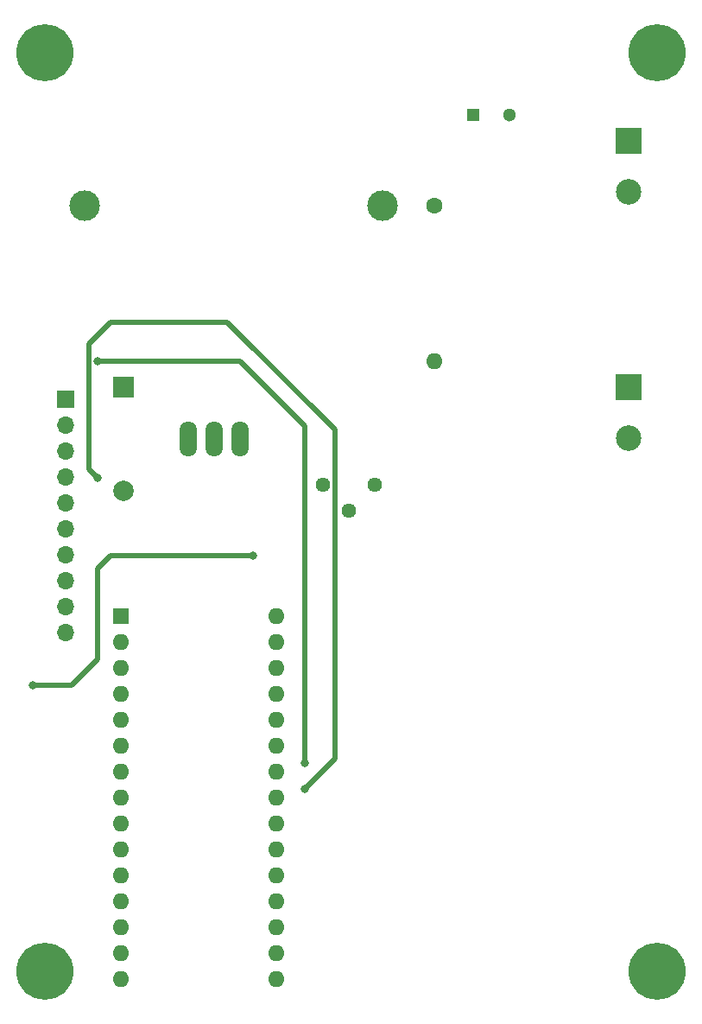
<source format=gbr>
%TF.GenerationSoftware,KiCad,Pcbnew,5.1.10*%
%TF.CreationDate,2021-10-26T18:05:10-04:00*%
%TF.ProjectId,BREAD_Slice,42524541-445f-4536-9c69-63652e6b6963,rev?*%
%TF.SameCoordinates,Original*%
%TF.FileFunction,Copper,L1,Top*%
%TF.FilePolarity,Positive*%
%FSLAX46Y46*%
G04 Gerber Fmt 4.6, Leading zero omitted, Abs format (unit mm)*
G04 Created by KiCad (PCBNEW 5.1.10) date 2021-10-26 18:05:10*
%MOMM*%
%LPD*%
G01*
G04 APERTURE LIST*
%TA.AperFunction,ComponentPad*%
%ADD10O,1.600000X1.600000*%
%TD*%
%TA.AperFunction,ComponentPad*%
%ADD11C,1.600000*%
%TD*%
%TA.AperFunction,ComponentPad*%
%ADD12C,1.440000*%
%TD*%
%TA.AperFunction,ComponentPad*%
%ADD13O,1.699260X3.500120*%
%TD*%
%TA.AperFunction,ComponentPad*%
%ADD14C,3.000000*%
%TD*%
%TA.AperFunction,ComponentPad*%
%ADD15C,2.500000*%
%TD*%
%TA.AperFunction,ComponentPad*%
%ADD16R,2.500000X2.500000*%
%TD*%
%TA.AperFunction,ComponentPad*%
%ADD17R,1.998980X1.998980*%
%TD*%
%TA.AperFunction,ComponentPad*%
%ADD18C,1.998980*%
%TD*%
%TA.AperFunction,ComponentPad*%
%ADD19R,1.300000X1.300000*%
%TD*%
%TA.AperFunction,ComponentPad*%
%ADD20C,1.300000*%
%TD*%
%TA.AperFunction,ComponentPad*%
%ADD21C,5.600000*%
%TD*%
%TA.AperFunction,ComponentPad*%
%ADD22R,1.600000X1.600000*%
%TD*%
%TA.AperFunction,ComponentPad*%
%ADD23R,1.700000X1.700000*%
%TD*%
%TA.AperFunction,ComponentPad*%
%ADD24O,1.700000X1.700000*%
%TD*%
%TA.AperFunction,ViaPad*%
%ADD25C,0.800000*%
%TD*%
%TA.AperFunction,Conductor*%
%ADD26C,0.500000*%
%TD*%
G04 APERTURE END LIST*
D10*
%TO.P,R1,2*%
%TO.N,/FB*%
X165780000Y-75030000D03*
D11*
%TO.P,R1,1*%
%TO.N,Net-(C3-Pad1)*%
X165780000Y-59790000D03*
%TD*%
D12*
%TO.P,RV1,3*%
%TO.N,GND*%
X154850000Y-87120000D03*
%TO.P,RV1,2*%
X157390000Y-89660000D03*
%TO.P,RV1,1*%
%TO.N,/FB*%
X159930000Y-87120000D03*
%TD*%
D13*
%TO.P,Q1,3*%
%TO.N,Net-(D1-Pad1)*%
X141650000Y-82650000D03*
%TO.P,Q1,1*%
%TO.N,/SW*%
X146730000Y-82650000D03*
%TO.P,Q1,2*%
%TO.N,Net-(J2-Pad2)*%
X144190000Y-82650000D03*
%TD*%
D14*
%TO.P,L1,2*%
%TO.N,Net-(C3-Pad1)*%
X160690000Y-59790000D03*
%TO.P,L1,1*%
%TO.N,Net-(D1-Pad1)*%
X131490000Y-59790000D03*
%TD*%
D15*
%TO.P,J3,2*%
%TO.N,GND*%
X184830000Y-58440000D03*
D16*
%TO.P,J3,1*%
%TO.N,Net-(C3-Pad1)*%
X184830000Y-53440000D03*
%TD*%
D15*
%TO.P,J2,2*%
%TO.N,Net-(J2-Pad2)*%
X184830000Y-82570000D03*
D16*
%TO.P,J2,1*%
%TO.N,GND*%
X184830000Y-77570000D03*
%TD*%
D17*
%TO.P,D1,1*%
%TO.N,Net-(D1-Pad1)*%
X135302540Y-77570000D03*
D18*
%TO.P,D1,2*%
%TO.N,GND*%
X135302540Y-87730000D03*
%TD*%
D19*
%TO.P,C3,1*%
%TO.N,Net-(C3-Pad1)*%
X169590000Y-50900000D03*
D20*
%TO.P,C3,2*%
%TO.N,GND*%
X173090000Y-50900000D03*
%TD*%
D21*
%TO.P,H4,1*%
%TO.N,N/C*%
X187600000Y-134800000D03*
%TD*%
%TO.P,H3,1*%
%TO.N,N/C*%
X127600000Y-134800000D03*
%TD*%
%TO.P,H2,1*%
%TO.N,N/C*%
X187600000Y-44800000D03*
%TD*%
%TO.P,H1,1*%
%TO.N,N/C*%
X127600000Y-44800000D03*
%TD*%
D22*
%TO.P,A1,1*%
%TO.N,Net-(A1-Pad1)*%
X135000000Y-100000000D03*
D10*
%TO.P,A1,17*%
%TO.N,Net-(A1-Pad17)*%
X150240000Y-133020000D03*
%TO.P,A1,2*%
%TO.N,Net-(A1-Pad2)*%
X135000000Y-102540000D03*
%TO.P,A1,18*%
%TO.N,Net-(A1-Pad18)*%
X150240000Y-130480000D03*
%TO.P,A1,3*%
%TO.N,Net-(A1-Pad3)*%
X135000000Y-105080000D03*
%TO.P,A1,19*%
%TO.N,/FB*%
X150240000Y-127940000D03*
%TO.P,A1,4*%
%TO.N,GND*%
X135000000Y-107620000D03*
%TO.P,A1,20*%
%TO.N,Net-(A1-Pad20)*%
X150240000Y-125400000D03*
%TO.P,A1,5*%
%TO.N,/E_STOP*%
X135000000Y-110160000D03*
%TO.P,A1,21*%
%TO.N,Net-(A1-Pad21)*%
X150240000Y-122860000D03*
%TO.P,A1,6*%
%TO.N,/INT*%
X135000000Y-112700000D03*
%TO.P,A1,22*%
%TO.N,Net-(A1-Pad22)*%
X150240000Y-120320000D03*
%TO.P,A1,7*%
%TO.N,/SYNC*%
X135000000Y-115240000D03*
%TO.P,A1,23*%
%TO.N,/I2C_DAT*%
X150240000Y-117780000D03*
%TO.P,A1,8*%
%TO.N,Net-(A1-Pad8)*%
X135000000Y-117780000D03*
%TO.P,A1,24*%
%TO.N,/I2C_CLK*%
X150240000Y-115240000D03*
%TO.P,A1,9*%
%TO.N,/SW*%
X135000000Y-120320000D03*
%TO.P,A1,25*%
%TO.N,Net-(A1-Pad25)*%
X150240000Y-112700000D03*
%TO.P,A1,10*%
%TO.N,Net-(A1-Pad10)*%
X135000000Y-122860000D03*
%TO.P,A1,26*%
%TO.N,Net-(A1-Pad26)*%
X150240000Y-110160000D03*
%TO.P,A1,11*%
%TO.N,Net-(A1-Pad11)*%
X135000000Y-125400000D03*
%TO.P,A1,27*%
%TO.N,+5V*%
X150240000Y-107620000D03*
%TO.P,A1,12*%
%TO.N,Net-(A1-Pad12)*%
X135000000Y-127940000D03*
%TO.P,A1,28*%
%TO.N,Net-(A1-Pad28)*%
X150240000Y-105080000D03*
%TO.P,A1,13*%
%TO.N,Net-(A1-Pad13)*%
X135000000Y-130480000D03*
%TO.P,A1,29*%
%TO.N,GND*%
X150240000Y-102540000D03*
%TO.P,A1,14*%
%TO.N,Net-(A1-Pad14)*%
X135000000Y-133020000D03*
%TO.P,A1,30*%
%TO.N,+12V*%
X150240000Y-100000000D03*
%TO.P,A1,15*%
%TO.N,Net-(A1-Pad15)*%
X135000000Y-135560000D03*
%TO.P,A1,16*%
%TO.N,Net-(A1-Pad16)*%
X150240000Y-135560000D03*
%TD*%
D23*
%TO.P,J1,1*%
%TO.N,GND*%
X129600000Y-78800000D03*
D24*
%TO.P,J1,2*%
%TO.N,+12V*%
X129600000Y-81340000D03*
%TO.P,J1,3*%
%TO.N,/I2C_CLK*%
X129600000Y-83880000D03*
%TO.P,J1,4*%
%TO.N,/I2C_DAT*%
X129600000Y-86420000D03*
%TO.P,J1,5*%
%TO.N,GND*%
X129600000Y-88960000D03*
%TO.P,J1,6*%
%TO.N,/E_STOP*%
X129600000Y-91500000D03*
%TO.P,J1,7*%
%TO.N,/INT*%
X129600000Y-94040000D03*
%TO.P,J1,8*%
%TO.N,/SYNC*%
X129600000Y-96580000D03*
%TO.P,J1,9*%
%TO.N,+12V*%
X129600000Y-99120000D03*
%TO.P,J1,10*%
%TO.N,GND*%
X129600000Y-101660000D03*
%TD*%
D25*
%TO.N,/I2C_CLK*%
X153080000Y-114400000D03*
X132760000Y-75030000D03*
%TO.N,/I2C_DAT*%
X153080000Y-116940000D03*
X132760000Y-86460000D03*
%TO.N,+12V*%
X126410000Y-106780000D03*
X148000000Y-94080000D03*
%TD*%
D26*
%TO.N,/I2C_CLK*%
X153080000Y-114400000D02*
X153080000Y-81380000D01*
X153080000Y-81380000D02*
X146730000Y-75030000D01*
X146730000Y-75030000D02*
X132760000Y-75030000D01*
%TO.N,/I2C_DAT*%
X156020001Y-113999999D02*
X156020001Y-81780001D01*
X153080000Y-116940000D02*
X156020001Y-113999999D01*
X156020001Y-81780001D02*
X145460000Y-71220000D01*
X145460000Y-71220000D02*
X134030000Y-71220000D01*
X131909999Y-85609999D02*
X132760000Y-86460000D01*
X131909999Y-73340001D02*
X131909999Y-85609999D01*
X134030000Y-71220000D02*
X131909999Y-73340001D01*
%TO.N,+12V*%
X126410000Y-106780000D02*
X130220000Y-106780000D01*
X130220000Y-106780000D02*
X132760000Y-104240000D01*
X132760000Y-104240000D02*
X132760000Y-95350000D01*
X132760000Y-95350000D02*
X134030000Y-94080000D01*
X134030000Y-94080000D02*
X148000000Y-94080000D01*
%TD*%
M02*

</source>
